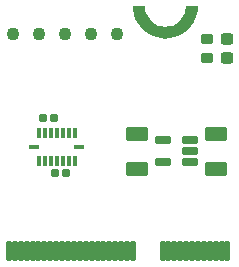
<source format=gbr>
%TF.GenerationSoftware,KiCad,Pcbnew,9.0.0*%
%TF.CreationDate,2025-05-22T16:07:54+04:00*%
%TF.ProjectId,02_03_sensor_IMU_BMI088,30325f30-335f-4736-956e-736f725f494d,rev?*%
%TF.SameCoordinates,Original*%
%TF.FileFunction,Soldermask,Top*%
%TF.FilePolarity,Negative*%
%FSLAX46Y46*%
G04 Gerber Fmt 4.6, Leading zero omitted, Abs format (unit mm)*
G04 Created by KiCad (PCBNEW 9.0.0) date 2025-05-22 16:07:54*
%MOMM*%
%LPD*%
G01*
G04 APERTURE LIST*
G04 Aperture macros list*
%AMRoundRect*
0 Rectangle with rounded corners*
0 $1 Rounding radius*
0 $2 $3 $4 $5 $6 $7 $8 $9 X,Y pos of 4 corners*
0 Add a 4 corners polygon primitive as box body*
4,1,4,$2,$3,$4,$5,$6,$7,$8,$9,$2,$3,0*
0 Add four circle primitives for the rounded corners*
1,1,$1+$1,$2,$3*
1,1,$1+$1,$4,$5*
1,1,$1+$1,$6,$7*
1,1,$1+$1,$8,$9*
0 Add four rect primitives between the rounded corners*
20,1,$1+$1,$2,$3,$4,$5,0*
20,1,$1+$1,$4,$5,$6,$7,0*
20,1,$1+$1,$6,$7,$8,$9,0*
20,1,$1+$1,$8,$9,$2,$3,0*%
G04 Aperture macros list end*
%ADD10C,0.000000*%
%ADD11RoundRect,0.101600X0.175000X0.725000X-0.175000X0.725000X-0.175000X-0.725000X0.175000X-0.725000X0*%
%ADD12C,0.657200*%
%ADD13RoundRect,0.243750X-0.281250X0.243750X-0.281250X-0.243750X0.281250X-0.243750X0.281250X0.243750X0*%
%ADD14C,1.100000*%
%ADD15RoundRect,0.050000X-0.125006X-0.400000X0.125006X-0.400000X0.125006X0.400000X-0.125006X0.400000X0*%
%ADD16RoundRect,0.050000X0.400000X-0.125006X0.400000X0.125006X-0.400000X0.125006X-0.400000X-0.125006X0*%
%ADD17RoundRect,0.050000X0.125006X0.400000X-0.125006X0.400000X-0.125006X-0.400000X0.125006X-0.400000X0*%
%ADD18RoundRect,0.050000X-0.400000X0.125006X-0.400000X-0.125006X0.400000X-0.125006X0.400000X0.125006X0*%
%ADD19RoundRect,0.175000X0.537500X0.175000X-0.537500X0.175000X-0.537500X-0.175000X0.537500X-0.175000X0*%
%ADD20RoundRect,0.225000X-0.300000X0.225000X-0.300000X-0.225000X0.300000X-0.225000X0.300000X0.225000X0*%
%ADD21RoundRect,0.165000X-0.165000X-0.195000X0.165000X-0.195000X0.165000X0.195000X-0.165000X0.195000X0*%
%ADD22RoundRect,0.271739X0.678261X-0.353261X0.678261X0.353261X-0.678261X0.353261X-0.678261X-0.353261X0*%
%ADD23RoundRect,0.165000X0.165000X0.195000X-0.165000X0.195000X-0.165000X-0.195000X0.165000X-0.195000X0*%
G04 APERTURE END LIST*
D10*
%TO.C,J1*%
G36*
X150777686Y-92669501D02*
G01*
X150856638Y-92964152D01*
X150985556Y-93240617D01*
X151160522Y-93490495D01*
X151376222Y-93706195D01*
X151626100Y-93881161D01*
X151902565Y-94010079D01*
X152197216Y-94089031D01*
X152501100Y-94115617D01*
X152804984Y-94089031D01*
X153099635Y-94010079D01*
X153376100Y-93881161D01*
X153625978Y-93706195D01*
X153841678Y-93490495D01*
X154016644Y-93240617D01*
X154145562Y-92964152D01*
X154251100Y-92365617D01*
X155251100Y-92365617D01*
X155227573Y-92724564D01*
X155157396Y-93077369D01*
X155041769Y-93417996D01*
X154882670Y-93740617D01*
X154682822Y-94039711D01*
X154445644Y-94310161D01*
X154175194Y-94547339D01*
X153876100Y-94747187D01*
X153553479Y-94906286D01*
X153212852Y-95021913D01*
X152501100Y-95115617D01*
X152142153Y-95092090D01*
X151789348Y-95021913D01*
X151448721Y-94906286D01*
X151126100Y-94747187D01*
X150827006Y-94547339D01*
X150556556Y-94310161D01*
X150319378Y-94039711D01*
X150119530Y-93740617D01*
X149960431Y-93417996D01*
X149844804Y-93077369D01*
X149774627Y-92724564D01*
X149751100Y-92365617D01*
X150751100Y-92365617D01*
X150777686Y-92669501D01*
G37*
%TD*%
D11*
%TO.C,J1*%
X157751100Y-113090617D03*
X157251100Y-113090617D03*
X156751100Y-113090617D03*
X156251100Y-113090617D03*
X155751100Y-113090617D03*
X155251100Y-113090617D03*
X154751100Y-113090617D03*
X154251100Y-113090617D03*
X153751100Y-113090617D03*
X153251100Y-113090617D03*
X152751100Y-113090617D03*
X152251100Y-113090617D03*
X149751100Y-113090617D03*
X149251100Y-113090617D03*
X148751100Y-113090617D03*
X148251100Y-113090617D03*
X147751100Y-113090617D03*
X147251100Y-113090617D03*
X146751100Y-113090617D03*
X146251100Y-113090617D03*
X145751100Y-113090617D03*
X145251100Y-113090617D03*
X144751100Y-113090617D03*
X144251100Y-113090617D03*
X143751100Y-113090617D03*
X143251100Y-113090617D03*
X142751100Y-113090617D03*
X142251100Y-113090617D03*
X141751100Y-113090617D03*
X141251100Y-113090617D03*
X140751100Y-113090617D03*
X140251100Y-113090617D03*
X139751100Y-113090617D03*
X139251100Y-113090617D03*
D12*
X150401100Y-93365617D03*
X152501100Y-94665617D03*
X154601100Y-93365617D03*
%TD*%
D13*
%TO.C,D1*%
X157700000Y-95168700D03*
X157700000Y-96743700D03*
%TD*%
D14*
%TO.C,CS2*%
X144000000Y-94700000D03*
%TD*%
D15*
%TO.C,U1*%
X141802159Y-103100102D03*
X142302032Y-103100102D03*
X142802159Y-103100102D03*
X143302032Y-103100102D03*
X143802159Y-103100102D03*
X144302032Y-103100102D03*
X144802159Y-103100102D03*
D16*
X145214910Y-104300000D03*
D17*
X144802159Y-105499898D03*
X144302032Y-105499898D03*
X143802159Y-105499898D03*
X143302032Y-105499898D03*
X142802159Y-105499898D03*
X142302032Y-105499898D03*
X141802159Y-105499898D03*
D18*
X141385090Y-104300000D03*
%TD*%
D14*
%TO.C,SCK*%
X146200000Y-94700000D03*
%TD*%
D19*
%TO.C,U2*%
X154575000Y-105600000D03*
X154575000Y-104650000D03*
X154575000Y-103700000D03*
X152300000Y-103700000D03*
X152300000Y-105600000D03*
%TD*%
D14*
%TO.C,MISO*%
X141800000Y-94700000D03*
%TD*%
D20*
%TO.C,R1*%
X156026200Y-95131200D03*
X156026200Y-96781200D03*
%TD*%
D21*
%TO.C,C2*%
X142120000Y-101800000D03*
X143080000Y-101800000D03*
%TD*%
D14*
%TO.C,CS1*%
X139600000Y-94700000D03*
%TD*%
D22*
%TO.C,C3*%
X156800000Y-106175000D03*
X156800000Y-103225000D03*
%TD*%
%TO.C,C4*%
X150100000Y-106175000D03*
X150100000Y-103225000D03*
%TD*%
D14*
%TO.C,MOSI*%
X148400000Y-94700000D03*
%TD*%
D23*
%TO.C,C1*%
X144080000Y-106500000D03*
X143120000Y-106500000D03*
%TD*%
M02*

</source>
